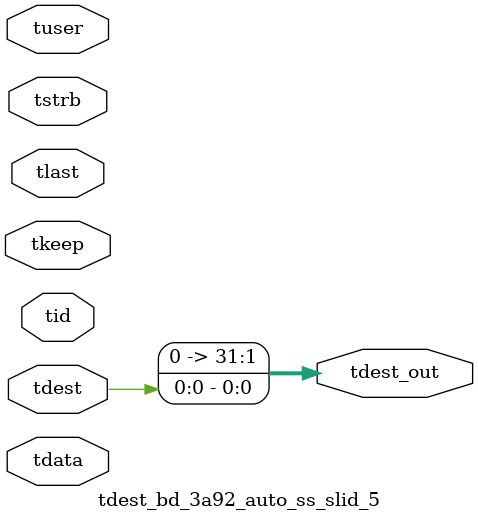
<source format=v>


`timescale 1ps/1ps

module tdest_bd_3a92_auto_ss_slid_5 #
(
parameter C_S_AXIS_TDATA_WIDTH = 32,
parameter C_S_AXIS_TUSER_WIDTH = 0,
parameter C_S_AXIS_TID_WIDTH   = 0,
parameter C_S_AXIS_TDEST_WIDTH = 0,
parameter C_M_AXIS_TDEST_WIDTH = 32
)
(
input  [(C_S_AXIS_TDATA_WIDTH == 0 ? 1 : C_S_AXIS_TDATA_WIDTH)-1:0     ] tdata,
input  [(C_S_AXIS_TUSER_WIDTH == 0 ? 1 : C_S_AXIS_TUSER_WIDTH)-1:0     ] tuser,
input  [(C_S_AXIS_TID_WIDTH   == 0 ? 1 : C_S_AXIS_TID_WIDTH)-1:0       ] tid,
input  [(C_S_AXIS_TDEST_WIDTH == 0 ? 1 : C_S_AXIS_TDEST_WIDTH)-1:0     ] tdest,
input  [(C_S_AXIS_TDATA_WIDTH/8)-1:0 ] tkeep,
input  [(C_S_AXIS_TDATA_WIDTH/8)-1:0 ] tstrb,
input                                                                    tlast,
output [C_M_AXIS_TDEST_WIDTH-1:0] tdest_out
);

assign tdest_out = {3'b000,tdest[0:0]};

endmodule


</source>
